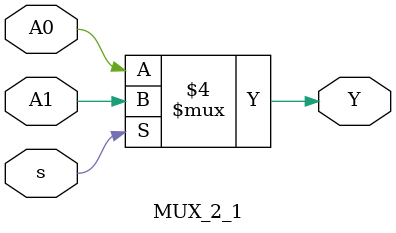
<source format=v>
module MUX_8_1(input [7:0]I, input [2:0]s, output Y);

wire [5:0]out;
MUX_2_1 m1(I[0],I[1],s[0],out[0]);
MUX_2_1 m2(I[2],I[3],s[0],out[1]);
MUX_2_1 m3(I[4],I[5],s[0],out[2]);
MUX_2_1 m4(I[6],I[7],s[0],out[3]);
MUX_2_1 m5(out[0],out[1],s[1],out[4]);
MUX_2_1 m6(out[2],out[3],s[1],out[5]);
MUX_2_1 m7(out[4],out[5],s[2],Y);

endmodule

module MUX_2_1(input A0, input A1,input s, output reg Y);
always@(*)
begin

if(s == 0)
   Y=A0;
else
   Y=A1;
   
end
endmodule

</source>
